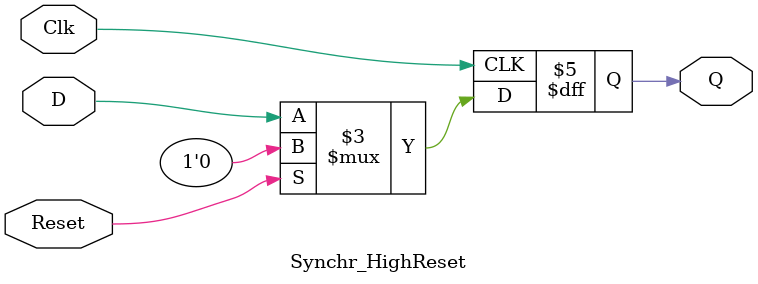
<source format=v>
`timescale 1ns / 1ps

module Synchr_HighReset(
    input D,
    input Clk,
    input Reset,
    output reg Q
    );
    
    always @(posedge Clk)
        if(Reset)
            Q <= 1'b0;
        else
            Q <= D;    
    
endmodule

</source>
